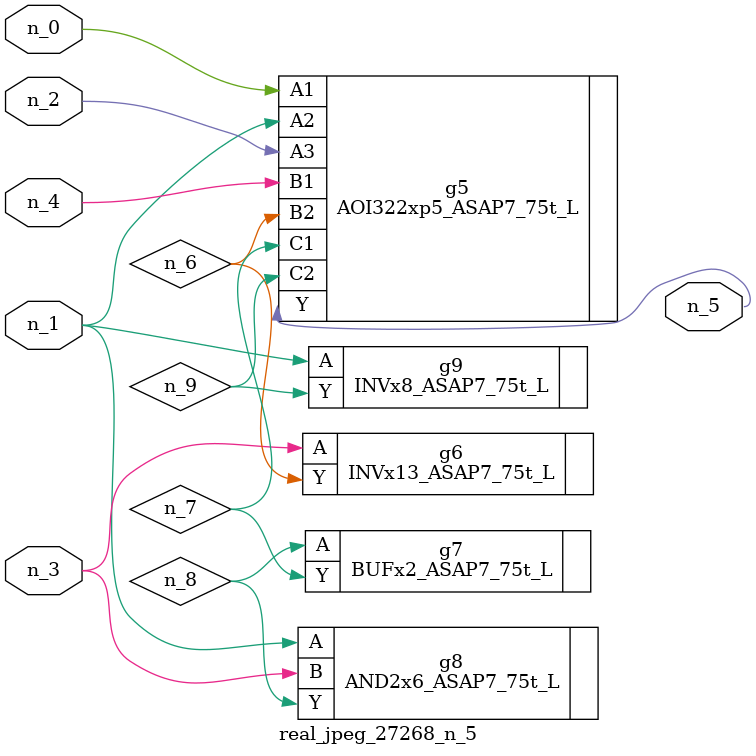
<source format=v>
module real_jpeg_27268_n_5 (n_4, n_0, n_1, n_2, n_3, n_5);

input n_4;
input n_0;
input n_1;
input n_2;
input n_3;

output n_5;

wire n_8;
wire n_6;
wire n_7;
wire n_9;

AOI322xp5_ASAP7_75t_L g5 ( 
.A1(n_0),
.A2(n_1),
.A3(n_2),
.B1(n_4),
.B2(n_6),
.C1(n_7),
.C2(n_9),
.Y(n_5)
);

AND2x6_ASAP7_75t_L g8 ( 
.A(n_1),
.B(n_3),
.Y(n_8)
);

INVx8_ASAP7_75t_L g9 ( 
.A(n_1),
.Y(n_9)
);

INVx13_ASAP7_75t_L g6 ( 
.A(n_3),
.Y(n_6)
);

BUFx2_ASAP7_75t_L g7 ( 
.A(n_8),
.Y(n_7)
);


endmodule
</source>
